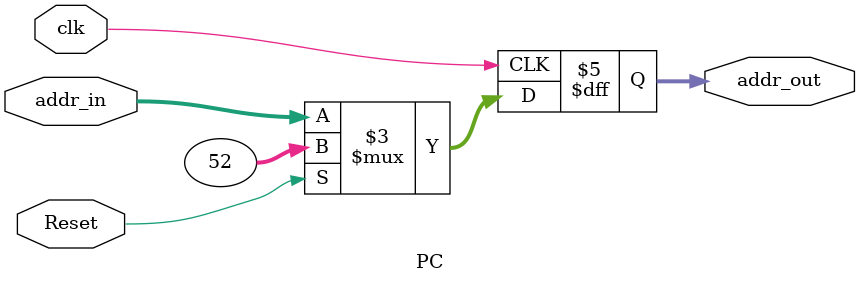
<source format=v>
/*PC主要功能是完成输出当前指令地址并保存下一条指令地址。
复位后，PC指向0x0000_3000，此处为第一条指令的地址。*/
`define PC_Initial 32'h0000_0034
module PC (clk,Reset,addr_in,addr_out);
	input [31:0] addr_in;//下条指令的地址
	input clk,Reset;//时钟，复位，功能信号定义
	output reg[31:0] addr_out;//32位指令存储器地址(当然可以将最低2位省略)

	initial 
		begin
			addr_out = `PC_Initial;
		end
	always @(negedge clk) 
		begin
			addr_out <= (Reset==1) ? `PC_Initial : addr_in;
		end
endmodule
</source>
